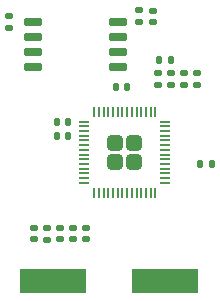
<source format=gbr>
%TF.GenerationSoftware,KiCad,Pcbnew,(6.0.10)*%
%TF.CreationDate,2023-02-13T21:08:55-05:00*%
%TF.ProjectId,module_board,6d6f6475-6c65-45f6-926f-6172642e6b69,rev?*%
%TF.SameCoordinates,Original*%
%TF.FileFunction,Paste,Top*%
%TF.FilePolarity,Positive*%
%FSLAX46Y46*%
G04 Gerber Fmt 4.6, Leading zero omitted, Abs format (unit mm)*
G04 Created by KiCad (PCBNEW (6.0.10)) date 2023-02-13 21:08:55*
%MOMM*%
%LPD*%
G01*
G04 APERTURE LIST*
G04 Aperture macros list*
%AMRoundRect*
0 Rectangle with rounded corners*
0 $1 Rounding radius*
0 $2 $3 $4 $5 $6 $7 $8 $9 X,Y pos of 4 corners*
0 Add a 4 corners polygon primitive as box body*
4,1,4,$2,$3,$4,$5,$6,$7,$8,$9,$2,$3,0*
0 Add four circle primitives for the rounded corners*
1,1,$1+$1,$2,$3*
1,1,$1+$1,$4,$5*
1,1,$1+$1,$6,$7*
1,1,$1+$1,$8,$9*
0 Add four rect primitives between the rounded corners*
20,1,$1+$1,$2,$3,$4,$5,0*
20,1,$1+$1,$4,$5,$6,$7,0*
20,1,$1+$1,$6,$7,$8,$9,0*
20,1,$1+$1,$8,$9,$2,$3,0*%
G04 Aperture macros list end*
%ADD10RoundRect,0.140000X-0.170000X0.140000X-0.170000X-0.140000X0.170000X-0.140000X0.170000X0.140000X0*%
%ADD11RoundRect,0.140000X0.170000X-0.140000X0.170000X0.140000X-0.170000X0.140000X-0.170000X-0.140000X0*%
%ADD12RoundRect,0.140000X-0.140000X-0.170000X0.140000X-0.170000X0.140000X0.170000X-0.140000X0.170000X0*%
%ADD13RoundRect,0.135000X0.185000X-0.135000X0.185000X0.135000X-0.185000X0.135000X-0.185000X-0.135000X0*%
%ADD14RoundRect,0.140000X0.140000X0.170000X-0.140000X0.170000X-0.140000X-0.170000X0.140000X-0.170000X0*%
%ADD15R,5.600000X2.100000*%
%ADD16RoundRect,0.135000X-0.185000X0.135000X-0.185000X-0.135000X0.185000X-0.135000X0.185000X0.135000X0*%
%ADD17RoundRect,0.249999X-0.395001X-0.395001X0.395001X-0.395001X0.395001X0.395001X-0.395001X0.395001X0*%
%ADD18RoundRect,0.050000X-0.387500X-0.050000X0.387500X-0.050000X0.387500X0.050000X-0.387500X0.050000X0*%
%ADD19RoundRect,0.050000X-0.050000X-0.387500X0.050000X-0.387500X0.050000X0.387500X-0.050000X0.387500X0*%
%ADD20RoundRect,0.150000X-0.650000X-0.150000X0.650000X-0.150000X0.650000X0.150000X-0.650000X0.150000X0*%
G04 APERTURE END LIST*
D10*
%TO.C,C9*%
X155500000Y-96020000D03*
X155500000Y-96980000D03*
%TD*%
D11*
%TO.C,C4*%
X166000000Y-83880000D03*
X166000000Y-82920000D03*
%TD*%
%TO.C,C5*%
X163800000Y-83880000D03*
X163800000Y-82920000D03*
%TD*%
D10*
%TO.C,C8*%
X153300000Y-96020000D03*
X153300000Y-96980000D03*
%TD*%
D12*
%TO.C,C6*%
X163920000Y-81800000D03*
X164880000Y-81800000D03*
%TD*%
D13*
%TO.C,R3*%
X154400000Y-97010000D03*
X154400000Y-95990000D03*
%TD*%
D11*
%TO.C,C14*%
X163400000Y-78580000D03*
X163400000Y-77620000D03*
%TD*%
%TO.C,C13*%
X167100000Y-83880000D03*
X167100000Y-82920000D03*
%TD*%
D10*
%TO.C,C12*%
X156600000Y-96020000D03*
X156600000Y-96980000D03*
%TD*%
%TO.C,C3*%
X164900000Y-82920000D03*
X164900000Y-83880000D03*
%TD*%
D14*
%TO.C,C10*%
X156180000Y-88200000D03*
X155220000Y-88200000D03*
%TD*%
D12*
%TO.C,C11*%
X167400000Y-90606250D03*
X168360000Y-90606250D03*
%TD*%
D15*
%TO.C,Y1*%
X164400000Y-100550000D03*
X154900000Y-100550000D03*
%TD*%
D10*
%TO.C,C2*%
X157750000Y-96020000D03*
X157750000Y-96980000D03*
%TD*%
D13*
%TO.C,R1*%
X151200000Y-79110000D03*
X151200000Y-78090000D03*
%TD*%
D16*
%TO.C,R2*%
X162200000Y-77590000D03*
X162200000Y-78610000D03*
%TD*%
D17*
%TO.C,U1*%
X160200000Y-88812500D03*
X161800000Y-88812500D03*
X160200000Y-90412500D03*
X161800000Y-90412500D03*
D18*
X157562500Y-87012500D03*
X157562500Y-87412500D03*
X157562500Y-87812500D03*
X157562500Y-88212500D03*
X157562500Y-88612500D03*
X157562500Y-89012500D03*
X157562500Y-89412500D03*
X157562500Y-89812500D03*
X157562500Y-90212500D03*
X157562500Y-90612500D03*
X157562500Y-91012500D03*
X157562500Y-91412500D03*
X157562500Y-91812500D03*
X157562500Y-92212500D03*
D19*
X158400000Y-93050000D03*
X158800000Y-93050000D03*
X159200000Y-93050000D03*
X159600000Y-93050000D03*
X160000000Y-93050000D03*
X160400000Y-93050000D03*
X160800000Y-93050000D03*
X161200000Y-93050000D03*
X161600000Y-93050000D03*
X162000000Y-93050000D03*
X162400000Y-93050000D03*
X162800000Y-93050000D03*
X163200000Y-93050000D03*
X163600000Y-93050000D03*
D18*
X164437500Y-92212500D03*
X164437500Y-91812500D03*
X164437500Y-91412500D03*
X164437500Y-91012500D03*
X164437500Y-90612500D03*
X164437500Y-90212500D03*
X164437500Y-89812500D03*
X164437500Y-89412500D03*
X164437500Y-89012500D03*
X164437500Y-88612500D03*
X164437500Y-88212500D03*
X164437500Y-87812500D03*
X164437500Y-87412500D03*
X164437500Y-87012500D03*
D19*
X163600000Y-86175000D03*
X163200000Y-86175000D03*
X162800000Y-86175000D03*
X162400000Y-86175000D03*
X162000000Y-86175000D03*
X161600000Y-86175000D03*
X161200000Y-86175000D03*
X160800000Y-86175000D03*
X160400000Y-86175000D03*
X160000000Y-86175000D03*
X159600000Y-86175000D03*
X159200000Y-86175000D03*
X158800000Y-86175000D03*
X158400000Y-86175000D03*
%TD*%
D12*
%TO.C,C1*%
X160220000Y-84100000D03*
X161180000Y-84100000D03*
%TD*%
D20*
%TO.C,U2*%
X153200000Y-78595000D03*
X153200000Y-79865000D03*
X153200000Y-81135000D03*
X153200000Y-82405000D03*
X160400000Y-82405000D03*
X160400000Y-81135000D03*
X160400000Y-79865000D03*
X160400000Y-78595000D03*
%TD*%
D14*
%TO.C,C7*%
X156180000Y-87050000D03*
X155220000Y-87050000D03*
%TD*%
M02*

</source>
